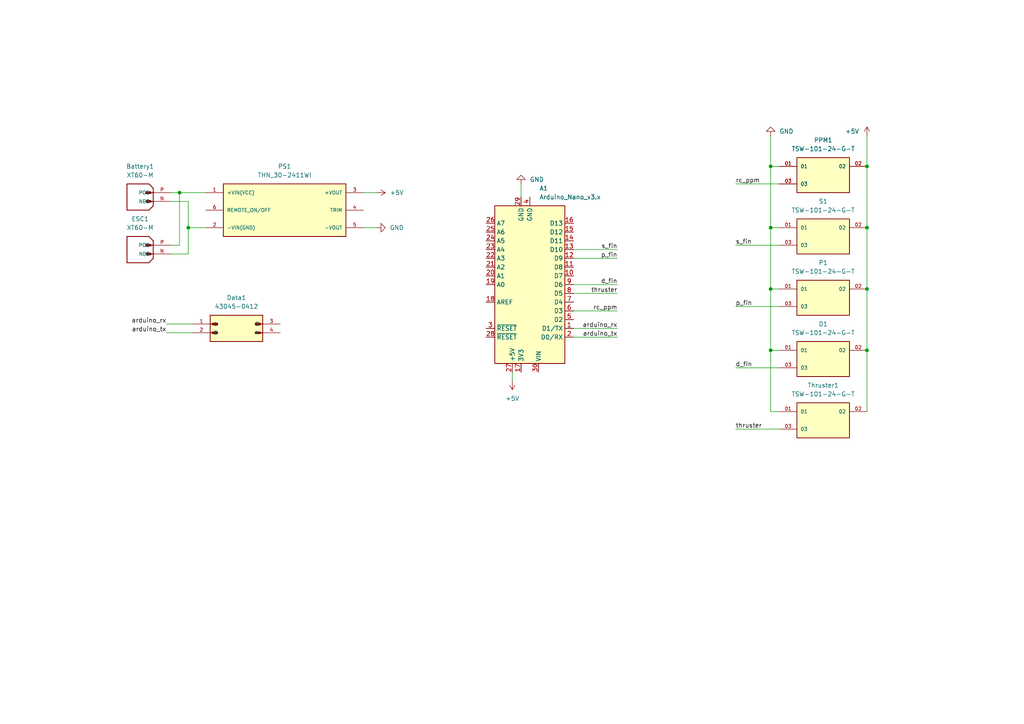
<source format=kicad_sch>
(kicad_sch (version 20211123) (generator eeschema)
  (paper "A4")
  (lib_symbols
    (symbol "43045-0412:43045-0412" (pin_names (offset 1.016))
      (property "Reference" "J" (at -7.62 3.81 0))
      (property "Value" "43045-0412" (at -7.62 -7.62 0))
      (symbol "43045-0412_0_0"
        (rectangle (start -7.62 -5.08) (end 7.62 2.54) (stroke (width 0.254)) (fill (type background)))
        (rectangle (start -6.985 -2.8575) (end -5.3975 -2.2225) (stroke (width 0.1)) (fill (type outline)))
        (rectangle (start -6.985 -0.3175) (end -5.3975 0.3175) (stroke (width 0.1)) (fill (type outline)))
        (polyline (pts (xy -7.62 -2.54) (xy -5.715 -2.54)) (stroke (width 0.254)))
        (polyline (pts (xy -7.62 0) (xy -5.715 0)) (stroke (width 0.254)))
        (polyline (pts (xy 7.62 -2.54) (xy 5.715 -2.54)) (stroke (width 0.254)))
        (polyline (pts (xy 7.62 0) (xy 5.715 0)) (stroke (width 0.254)))
        (rectangle (start 5.3975 -2.8575) (end 6.985 -2.2225) (stroke (width 0.1)) (fill (type outline)))
        (rectangle (start 5.3975 -0.3175) (end 6.985 0.3175) (stroke (width 0.1)) (fill (type outline)))
        (pin passive line (at -12.7 0 0) (length 5.08) (name "1") (number "1"))
        (pin passive line (at -12.7 -2.54 0) (length 5.08) (name "2") (number "2"))
        (pin passive line (at 12.7 0 180) (length 5.08) (name "3") (number "3"))
        (pin passive line (at 12.7 -2.54 180) (length 5.08) (name "4") (number "4"))
      )
    )
    (symbol "MCU_Module:Arduino_Nano_v3.x"
      (property "Reference" "A" (at -10.16 23.495 0))
      (property "Value" "Arduino_Nano_v3.x" (at 5.08 -24.13 0))
      (symbol "Arduino_Nano_v3.x_0_1"
        (rectangle (start -10.16 22.86) (end 10.16 -22.86) (stroke (width 0.254)) (fill (type background)))
      )
      (symbol "Arduino_Nano_v3.x_1_1"
        (pin bidirectional line (at -12.7 12.7 0) (length 2.54) (name "D1/TX") (number "1"))
        (pin bidirectional line (at -12.7 -2.54 0) (length 2.54) (name "D7") (number "10"))
        (pin bidirectional line (at -12.7 -5.08 0) (length 2.54) (name "D8") (number "11"))
        (pin bidirectional line (at -12.7 -7.62 0) (length 2.54) (name "D9") (number "12"))
        (pin bidirectional line (at -12.7 -10.16 0) (length 2.54) (name "D10") (number "13"))
        (pin bidirectional line (at -12.7 -12.7 0) (length 2.54) (name "D11") (number "14"))
        (pin bidirectional line (at -12.7 -15.24 0) (length 2.54) (name "D12") (number "15"))
        (pin bidirectional line (at -12.7 -17.78 0) (length 2.54) (name "D13") (number "16"))
        (pin power_out line (at 2.54 25.4 270) (length 2.54) (name "3V3") (number "17"))
        (pin input line (at 12.7 5.08 180) (length 2.54) (name "AREF") (number "18"))
        (pin bidirectional line (at 12.7 0 180) (length 2.54) (name "A0") (number "19"))
        (pin bidirectional line (at -12.7 15.24 0) (length 2.54) (name "D0/RX") (number "2"))
        (pin bidirectional line (at 12.7 -2.54 180) (length 2.54) (name "A1") (number "20"))
        (pin bidirectional line (at 12.7 -5.08 180) (length 2.54) (name "A2") (number "21"))
        (pin bidirectional line (at 12.7 -7.62 180) (length 2.54) (name "A3") (number "22"))
        (pin bidirectional line (at 12.7 -10.16 180) (length 2.54) (name "A4") (number "23"))
        (pin bidirectional line (at 12.7 -12.7 180) (length 2.54) (name "A5") (number "24"))
        (pin bidirectional line (at 12.7 -15.24 180) (length 2.54) (name "A6") (number "25"))
        (pin bidirectional line (at 12.7 -17.78 180) (length 2.54) (name "A7") (number "26"))
        (pin power_out line (at 5.08 25.4 270) (length 2.54) (name "+5V") (number "27"))
        (pin input line (at 12.7 15.24 180) (length 2.54) (name "~{RESET}") (number "28"))
        (pin power_in line (at 2.54 -25.4 90) (length 2.54) (name "GND") (number "29"))
        (pin input line (at 12.7 12.7 180) (length 2.54) (name "~{RESET}") (number "3"))
        (pin power_in line (at -2.54 25.4 270) (length 2.54) (name "VIN") (number "30"))
        (pin power_in line (at 0 -25.4 90) (length 2.54) (name "GND") (number "4"))
        (pin bidirectional line (at -12.7 10.16 0) (length 2.54) (name "D2") (number "5"))
        (pin bidirectional line (at -12.7 7.62 0) (length 2.54) (name "D3") (number "6"))
        (pin bidirectional line (at -12.7 5.08 0) (length 2.54) (name "D4") (number "7"))
        (pin bidirectional line (at -12.7 2.54 0) (length 2.54) (name "D5") (number "8"))
        (pin bidirectional line (at -12.7 0 0) (length 2.54) (name "D6") (number "9"))
      )
    )
    (symbol "THN_30-2411WI:THN_30-2411WI" (pin_names (offset 1.016))
      (property "Reference" "PS" (at -17.78 8.382 0))
      (property "Value" "THN_30-2411WI" (at -17.78 -10.16 0))
      (symbol "THN_30-2411WI_0_0"
        (rectangle (start -17.78 -7.62) (end 17.78 7.62) (stroke (width 0.254)) (fill (type background)))
        (pin input line (at -22.86 5.08 0) (length 5.08) (name "+VIN(VCC)") (number "1"))
        (pin input line (at -22.86 -5.08 0) (length 5.08) (name "-VIN(GND)") (number "2"))
        (pin output line (at 22.86 5.08 180) (length 5.08) (name "+VOUT") (number "3"))
        (pin passive line (at 22.86 0 180) (length 5.08) (name "TRIM") (number "4"))
        (pin output line (at 22.86 -5.08 180) (length 5.08) (name "-VOUT") (number "5"))
        (pin input line (at -22.86 0 0) (length 5.08) (name "REMOTE_ON/OFF") (number "6"))
      )
    )
    (symbol "TSW-101-24-G-T:TSW-101-24-G-T" (pin_names (offset 1.016))
      (property "Reference" "J" (at -8.12 5.08 0))
      (property "Value" "TSW-101-24-G-T" (at -7.62 -7.62 0))
      (symbol "TSW-101-24-G-T_0_0"
        (rectangle (start -7.62 -5.08) (end 7.62 5.08) (stroke (width 0.254)) (fill (type background)))
        (pin passive line (at -12.7 2.54 0) (length 5.08) (name "01") (number "01"))
        (pin passive line (at 12.7 2.54 180) (length 5.08) (name "02") (number "02"))
        (pin passive line (at -12.7 -2.54 0) (length 5.08) (name "03") (number "03"))
      )
    )
    (symbol "XT60-M:XT60-M" (pin_names (offset 1.016))
      (property "Reference" "J" (at 0 6.35 0))
      (property "Value" "XT60-M" (at 0 -5.08 0))
      (symbol "XT60-M_0_0"
        (polyline (pts (xy 0 -1.27) (xy 1.27 -2.54)) (stroke (width 0.254)))
        (polyline (pts (xy 0 0) (xy 1.905 0)) (stroke (width 0.254)))
        (polyline (pts (xy 0 2.54) (xy 0 -1.27)) (stroke (width 0.254)))
        (polyline (pts (xy 0 2.54) (xy 1.905 2.54)) (stroke (width 0.254)))
        (polyline (pts (xy 0 3.81) (xy 0 2.54)) (stroke (width 0.254)))
        (polyline (pts (xy 0 3.81) (xy 1.27 5.08)) (stroke (width 0.254)))
        (polyline (pts (xy 1.27 -2.54) (xy 7.62 -2.54)) (stroke (width 0.254)))
        (polyline (pts (xy 7.62 -2.54) (xy 7.62 5.08)) (stroke (width 0.254)))
        (polyline (pts (xy 7.62 5.08) (xy 1.27 5.08)) (stroke (width 0.254)))
        (rectangle (start 0.635 -0.3175) (end 2.2225 0.3175) (stroke (width 0.1)) (fill (type outline)))
        (rectangle (start 0.635 2.2225) (end 2.2225 2.8575) (stroke (width 0.1)) (fill (type outline)))
        (pin passive line (at -5.08 0 0) (length 5.08) (name "NEG") (number "N"))
        (pin passive line (at -5.08 2.54 0) (length 5.08) (name "POS") (number "P"))
      )
    )
    (symbol "power:+5V" (power) (pin_names (offset 0))
      (property "Value" "+5V" (at 0 3.556 0))
      (symbol "+5V_0_1"
        (polyline (pts (xy -0.762 1.27) (xy 0 2.54)))
        (polyline (pts (xy 0 0) (xy 0 2.54)))
        (polyline (pts (xy 0 2.54) (xy 0.762 1.27)))
      )
      (symbol "+5V_1_1"
        (pin power_in line (at 0 0 90) (length 0) hide (name "+5V") (number "1"))
      )
    )
    (symbol "power:GND" (power) (pin_names (offset 0))
      (property "Value" "GND" (at 0 -3.81 0))
      (symbol "GND_0_1"
        (polyline (pts (xy 0 0) (xy 0 -1.27) (xy 1.27 -1.27) (xy 0 -2.54) (xy -1.27 -1.27) (xy 0 -1.27)))
      )
      (symbol "GND_1_1"
        (pin power_in line (at 0 0 270) (length 0) hide (name "GND") (number "1"))
      )
    )
  )
  (junction (at 223.52 101.6))
  (junction (at 223.52 48.26))
  (junction (at 223.52 66.04))
  (junction (at 52.07 55.88))
  (junction (at 54.61 66.04))
  (junction (at 251.46 83.82))
  (junction (at 251.46 101.6))
  (junction (at 223.52 83.82))
  (junction (at 251.46 66.04))
  (junction (at 251.46 48.26))
  (wire (pts (xy 52.07 55.88) (xy 52.07 71.12)))
  (wire (pts (xy 213.36 106.68) (xy 226.06 106.68)))
  (wire (pts (xy 54.61 66.04) (xy 54.61 73.66)))
  (wire (pts (xy 166.37 82.55) (xy 179.07 82.55)))
  (wire (pts (xy 223.52 66.04) (xy 223.52 83.82)))
  (wire (pts (xy 223.52 101.6) (xy 223.52 119.38)))
  (wire (pts (xy 166.37 97.79) (xy 179.07 97.79)))
  (wire (pts (xy 54.61 58.42) (xy 54.61 66.04)))
  (wire (pts (xy 52.07 55.88) (xy 59.69 55.88)))
  (wire (pts (xy 105.41 66.04) (xy 109.22 66.04)))
  (wire (pts (xy 105.41 55.88) (xy 109.22 55.88)))
  (wire (pts (xy 251.46 39.37) (xy 251.46 48.26)))
  (wire (pts (xy 223.52 39.37) (xy 223.52 48.26)))
  (wire (pts (xy 223.52 48.26) (xy 223.52 66.04)))
  (wire (pts (xy 213.36 71.12) (xy 226.06 71.12)))
  (wire (pts (xy 226.06 119.38) (xy 223.52 119.38)))
  (wire (pts (xy 166.37 90.17) (xy 179.07 90.17)))
  (wire (pts (xy 166.37 74.93) (xy 179.07 74.93)))
  (wire (pts (xy 226.06 48.26) (xy 223.52 48.26)))
  (wire (pts (xy 148.59 107.95) (xy 148.59 110.49)))
  (wire (pts (xy 251.46 48.26) (xy 251.46 66.04)))
  (wire (pts (xy 54.61 66.04) (xy 59.69 66.04)))
  (wire (pts (xy 52.07 71.12) (xy 49.53 71.12)))
  (wire (pts (xy 213.36 53.34) (xy 226.06 53.34)))
  (wire (pts (xy 48.26 96.52) (xy 55.88 96.52)))
  (wire (pts (xy 49.53 55.88) (xy 52.07 55.88)))
  (wire (pts (xy 223.52 83.82) (xy 223.52 101.6)))
  (wire (pts (xy 166.37 72.39) (xy 179.07 72.39)))
  (wire (pts (xy 49.53 58.42) (xy 54.61 58.42)))
  (wire (pts (xy 151.13 53.34) (xy 151.13 57.15)))
  (wire (pts (xy 251.46 66.04) (xy 251.46 83.82)))
  (wire (pts (xy 166.37 95.25) (xy 179.07 95.25)))
  (wire (pts (xy 251.46 83.82) (xy 251.46 101.6)))
  (wire (pts (xy 251.46 101.6) (xy 251.46 119.38)))
  (wire (pts (xy 166.37 85.09) (xy 179.07 85.09)))
  (wire (pts (xy 213.36 88.9) (xy 226.06 88.9)))
  (wire (pts (xy 223.52 66.04) (xy 226.06 66.04)))
  (wire (pts (xy 48.26 93.98) (xy 55.88 93.98)))
  (wire (pts (xy 213.36 124.46) (xy 226.06 124.46)))
  (wire (pts (xy 226.06 83.82) (xy 223.52 83.82)))
  (wire (pts (xy 223.52 101.6) (xy 226.06 101.6)))
  (wire (pts (xy 54.61 73.66) (xy 49.53 73.66)))
  (label "d_fin" (at 213.36 106.68 0))
  (label "rc_ppm" (at 179.07 90.17 180))
  (label "thruster" (at 213.36 124.46 0))
  (label "arduino_tx" (at 48.26 96.52 180))
  (label "p_fin" (at 213.36 88.9 0))
  (label "rc_ppm" (at 213.36 53.34 0))
  (label "s_fin" (at 179.07 72.39 180))
  (label "thruster" (at 179.07 85.09 180))
  (label "arduino_rx" (at 179.07 95.25 180))
  (label "d_fin" (at 179.07 82.55 180))
  (label "p_fin" (at 179.07 74.93 180))
  (label "s_fin" (at 213.36 71.12 0))
  (label "arduino_tx" (at 179.07 97.79 180))
  (label "arduino_rx" (at 48.26 93.98 180))
  (symbol (lib_id "power:+5V") (at 109.22 55.88 270) (mirror x) (unit 1)
    (property "Reference" "#PWR0106" (effects hide))
    (property "Value" "+5V" (at 113.03 55.8799 90) (effects (justify left)))
  )
  (symbol (lib_id "TSW-101-24-G-T:TSW-101-24-G-T") (at 238.76 86.36 0) (unit 1)
    (property "Reference" "P1" (at 238.76 76.2 0))
    (property "Value" "TSW-101-24-G-T" (at 238.76 78.74 0))
    (property "Footprint" "SAMTEC_TSW-101-24-G-T" (effects hide))
    (property "PARTREV" "R" (effects hide))
    (property "MANUFACTURER" "Samtec" (effects hide))
    (property "STANDARD" "Manufacturer Recommendations" (effects hide))
  )
  (symbol (lib_id "TSW-101-24-G-T:TSW-101-24-G-T") (at 238.76 104.14 0) (unit 1)
    (property "Reference" "D1" (at 238.76 93.98 0))
    (property "Value" "TSW-101-24-G-T" (at 238.76 96.52 0))
    (property "Footprint" "SAMTEC_TSW-101-24-G-T" (effects hide))
    (property "PARTREV" "R" (effects hide))
    (property "MANUFACTURER" "Samtec" (effects hide))
    (property "STANDARD" "Manufacturer Recommendations" (effects hide))
  )
  (symbol (lib_id "THN_30-2411WI:THN_30-2411WI") (at 82.55 60.96 0) (unit 1)
    (property "Reference" "PS1" (at 82.55 48.26 0))
    (property "Value" "THN_30-2411WI" (at 82.55 50.8 0))
    (property "Footprint" "CONV_THN_30-2411WI" (effects hide))
    (property "MAXIMUM_PACKAGE_HEIGHT" "10.4mm" (effects hide))
    (property "MANUFACTURER" "Traco Power" (effects hide))
    (property "PARTREV" "March 16, 2021" (effects hide))
    (property "STANDARD" "Manufacturer Recommendations" (effects hide))
  )
  (symbol (lib_id "TSW-101-24-G-T:TSW-101-24-G-T") (at 238.76 68.58 0) (unit 1)
    (property "Reference" "S1" (at 238.76 58.42 0))
    (property "Value" "TSW-101-24-G-T" (at 238.76 60.96 0))
    (property "Footprint" "SAMTEC_TSW-101-24-G-T" (effects hide))
    (property "PARTREV" "R" (effects hide))
    (property "MANUFACTURER" "Samtec" (effects hide))
    (property "STANDARD" "Manufacturer Recommendations" (effects hide))
  )
  (symbol (lib_id "MCU_Module:Arduino_Nano_v3.x") (at 153.67 82.55 180) (unit 1)
    (property "Reference" "A1" (at 156.4387 54.61 0) (effects (justify right)))
    (property "Value" "Arduino_Nano_v3.x" (at 156.4387 57.15 0) (effects (justify right)))
    (property "Footprint" "Module:Arduino_Nano" (effects hide))
    (property "Datasheet" "http://www.mouser.com/pdfdocs/Gravitech_Arduino_Nano3_0.pdf" (effects hide))
  )
  (symbol (lib_id "43045-0412:43045-0412") (at 68.58 93.98 0) (unit 1)
    (property "Reference" "Data1" (at 68.58 86.36 0))
    (property "Value" "43045-0412" (at 68.58 88.9 0))
    (property "Footprint" "MOLEX_43045-0412" (effects hide))
    (property "STANDARD" "Manufacturer Recommendations" (effects hide))
    (property "MAXIMUM_PACKAGE_HEIGHT" "9.91 mm" (effects hide))
    (property "MANUFACTURER" "Molex" (effects hide))
    (property "PARTREV" "G1" (effects hide))
  )
  (symbol (lib_id "power:GND") (at 109.22 66.04 90) (unit 1)
    (property "Reference" "#PWR0105" (effects hide))
    (property "Value" "GND" (at 113.03 66.0399 90) (effects (justify right)))
  )
  (symbol (lib_id "TSW-101-24-G-T:TSW-101-24-G-T") (at 238.76 121.92 0) (unit 1)
    (property "Reference" "Thruster1" (at 238.76 111.76 0))
    (property "Value" "TSW-101-24-G-T" (at 238.76 114.3 0))
    (property "Footprint" "SAMTEC_TSW-101-24-G-T" (effects hide))
    (property "PARTREV" "R" (effects hide))
    (property "MANUFACTURER" "Samtec" (effects hide))
    (property "STANDARD" "Manufacturer Recommendations" (effects hide))
  )
  (symbol (lib_id "XT60-M:XT60-M") (at 44.45 58.42 0) (mirror y) (unit 1)
    (property "Reference" "Battery1" (at 40.64 48.26 0))
    (property "Value" "XT60-M" (at 40.64 50.8 0))
    (property "Footprint" "AMASS_XT60-M" (effects hide))
    (property "MANUFACTURER" "AMASS" (effects hide))
    (property "MAXIMUM_PACKAGE_HEIGHT" "16.00 mm" (effects hide))
    (property "STANDARD" "IPC 7351B" (effects hide))
    (property "PARTREV" "V1.2" (effects hide))
  )
  (symbol (lib_id "power:+5V") (at 148.59 110.49 0) (mirror x) (unit 1)
    (property "Reference" "#PWR0104" (effects hide))
    (property "Value" "+5V" (at 148.59 115.57 0))
  )
  (symbol (lib_id "power:GND") (at 151.13 53.34 180) (unit 1)
    (property "Reference" "#PWR0103" (effects hide))
    (property "Value" "GND" (at 153.67 52.0699 0) (effects (justify right)))
  )
  (symbol (lib_id "XT60-M:XT60-M") (at 44.45 73.66 0) (mirror y) (unit 1)
    (property "Reference" "ESC1" (at 40.64 63.5 0))
    (property "Value" "XT60-M" (at 40.64 66.04 0))
    (property "Footprint" "AMASS_XT60-M" (effects hide))
    (property "MANUFACTURER" "AMASS" (effects hide))
    (property "MAXIMUM_PACKAGE_HEIGHT" "16.00 mm" (effects hide))
    (property "STANDARD" "IPC 7351B" (effects hide))
    (property "PARTREV" "V1.2" (effects hide))
  )
  (symbol (lib_id "power:GND") (at 223.52 39.37 180) (unit 1)
    (property "Reference" "#PWR0102" (effects hide))
    (property "Value" "GND" (at 226.06 38.0999 0) (effects (justify right)))
  )
  (symbol (lib_id "power:+5V") (at 251.46 39.37 0) (mirror y) (unit 1)
    (property "Reference" "#PWR0101" (effects hide))
    (property "Value" "+5V" (at 245.11 38.1 0) (effects (justify right)))
  )
  (symbol (lib_id "TSW-101-24-G-T:TSW-101-24-G-T") (at 238.76 50.8 0) (unit 1)
    (property "Reference" "PPM1" (at 238.76 40.64 0))
    (property "Value" "TSW-101-24-G-T" (at 238.76 43.18 0))
    (property "Footprint" "SAMTEC_TSW-101-24-G-T" (effects hide))
    (property "PARTREV" "R" (effects hide))
    (property "MANUFACTURER" "Samtec" (effects hide))
    (property "STANDARD" "Manufacturer Recommendations" (effects hide))
  )
)
</source>
